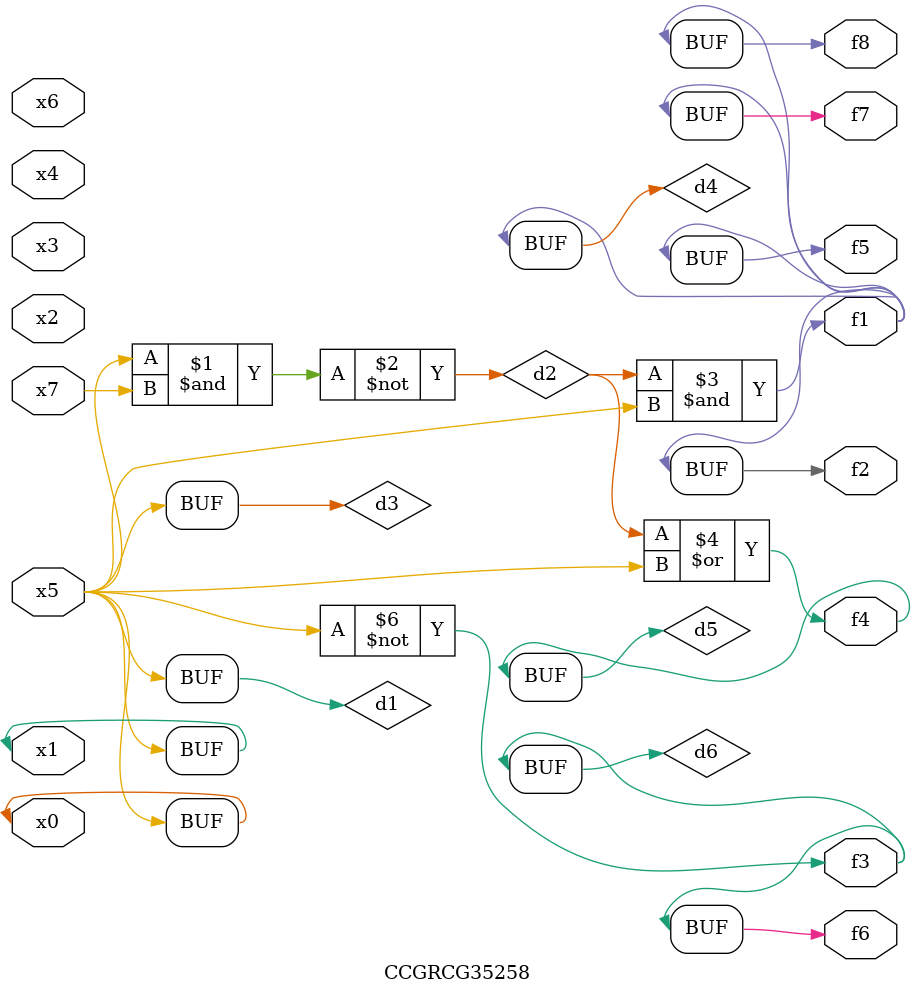
<source format=v>
module CCGRCG35258(
	input x0, x1, x2, x3, x4, x5, x6, x7,
	output f1, f2, f3, f4, f5, f6, f7, f8
);

	wire d1, d2, d3, d4, d5, d6;

	buf (d1, x0, x5);
	nand (d2, x5, x7);
	buf (d3, x0, x1);
	and (d4, d2, d3);
	or (d5, d2, d3);
	nor (d6, d1, d3);
	assign f1 = d4;
	assign f2 = d4;
	assign f3 = d6;
	assign f4 = d5;
	assign f5 = d4;
	assign f6 = d6;
	assign f7 = d4;
	assign f8 = d4;
endmodule

</source>
